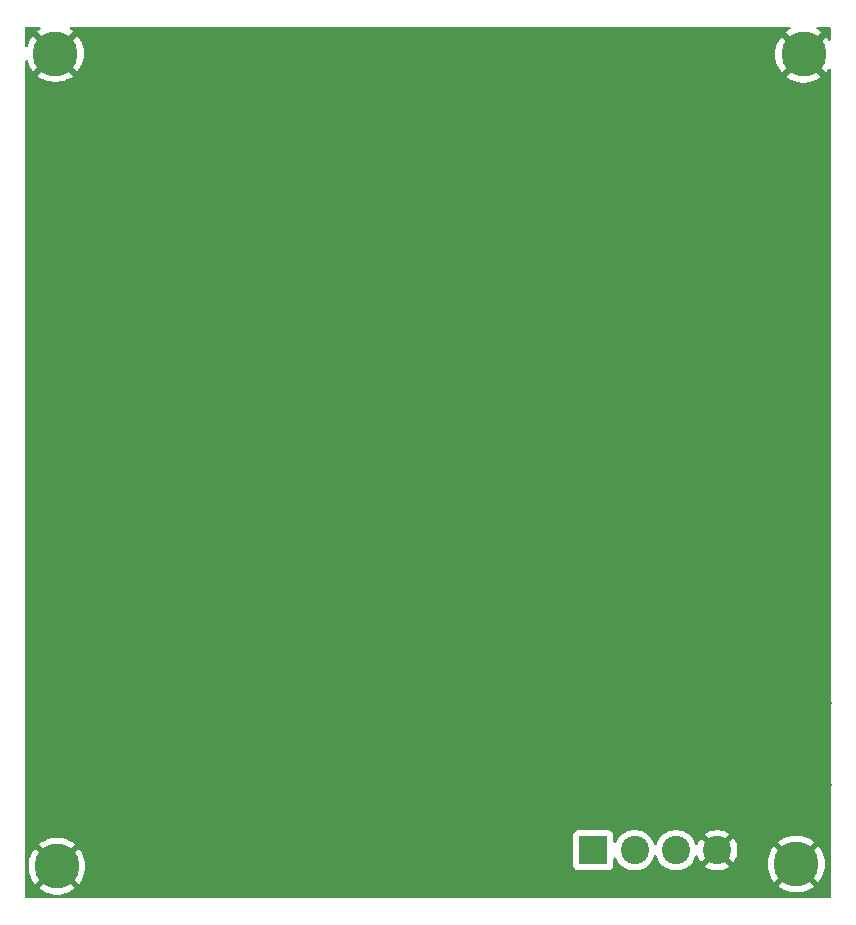
<source format=gbl>
G04 #@! TF.GenerationSoftware,KiCad,Pcbnew,7.0.5*
G04 #@! TF.CreationDate,2023-10-10T09:39:28+02:00*
G04 #@! TF.ProjectId,Lichten-PCB,4c696368-7465-46e2-9d50-43422e6b6963,rev?*
G04 #@! TF.SameCoordinates,Original*
G04 #@! TF.FileFunction,Copper,L2,Bot*
G04 #@! TF.FilePolarity,Positive*
%FSLAX46Y46*%
G04 Gerber Fmt 4.6, Leading zero omitted, Abs format (unit mm)*
G04 Created by KiCad (PCBNEW 7.0.5) date 2023-10-10 09:39:28*
%MOMM*%
%LPD*%
G01*
G04 APERTURE LIST*
G04 #@! TA.AperFunction,ComponentPad*
%ADD10C,3.800000*%
G04 #@! TD*
G04 #@! TA.AperFunction,ComponentPad*
%ADD11R,2.400000X2.400000*%
G04 #@! TD*
G04 #@! TA.AperFunction,ComponentPad*
%ADD12C,2.400000*%
G04 #@! TD*
G04 #@! TA.AperFunction,ViaPad*
%ADD13C,0.800000*%
G04 #@! TD*
G04 APERTURE END LIST*
D10*
X169610000Y-72860000D03*
X169000000Y-141400000D03*
X106400000Y-141600000D03*
D11*
X151810000Y-140230000D03*
D12*
X155310000Y-140230000D03*
X158810000Y-140230000D03*
X162310000Y-140230000D03*
D10*
X106260000Y-72780000D03*
D13*
X140320000Y-104530000D03*
X123900000Y-100850000D03*
X113400000Y-120450000D03*
X118900000Y-129900000D03*
X149950000Y-104490000D03*
X123950000Y-95600000D03*
X154940000Y-121666000D03*
X155956000Y-116332000D03*
X154800000Y-112000000D03*
X140462000Y-124968000D03*
X110400000Y-86950000D03*
X166450000Y-112200000D03*
X135100000Y-112000000D03*
X139800000Y-99550000D03*
X129050000Y-94500000D03*
X171300000Y-89450000D03*
X169450000Y-101950000D03*
X111800000Y-126550000D03*
X169500000Y-106550000D03*
X124206000Y-121412000D03*
X119050000Y-110400000D03*
X129550000Y-79500000D03*
X141300000Y-72000000D03*
X149860000Y-120396000D03*
X166550000Y-131350000D03*
X116000000Y-99550000D03*
X161544000Y-131064000D03*
X109200000Y-109300000D03*
X159600000Y-99550000D03*
X113300000Y-84550000D03*
X149700000Y-99200000D03*
X146900000Y-79150000D03*
X154450000Y-72000000D03*
X129794000Y-124968000D03*
X155500000Y-136600000D03*
X166100000Y-120950000D03*
X166850000Y-80400000D03*
X166200000Y-91250000D03*
X129000000Y-99500000D03*
X129910000Y-104370000D03*
X168600000Y-115850000D03*
X155800000Y-131200000D03*
X129350000Y-129850000D03*
X124000000Y-80150000D03*
X140716000Y-115316000D03*
X140550000Y-94300000D03*
X171400000Y-115200000D03*
X150114000Y-115062000D03*
X171600000Y-134700000D03*
X135700000Y-136300000D03*
X145550000Y-131150000D03*
X135050000Y-91250000D03*
X153416000Y-125730000D03*
X162500000Y-95200000D03*
X123950000Y-91100000D03*
X129550000Y-72000000D03*
X165250000Y-138350000D03*
X119126000Y-124714000D03*
X124550000Y-111950000D03*
X150600000Y-129600000D03*
X157734000Y-125222000D03*
X169400000Y-126350000D03*
X144780000Y-120396000D03*
X107350000Y-94750000D03*
X160020000Y-119888000D03*
X135550000Y-121750000D03*
X118350000Y-83850000D03*
X171350000Y-104600000D03*
X114250000Y-136300000D03*
X145100000Y-91300000D03*
X119126000Y-115062000D03*
X111506000Y-116332000D03*
X114250000Y-122050000D03*
X119126000Y-120396000D03*
X164950000Y-72000000D03*
X159950000Y-110600000D03*
X107500000Y-116300000D03*
X144800000Y-100900000D03*
X124850000Y-135700000D03*
X116840000Y-105970000D03*
X135300000Y-80250000D03*
X129450000Y-120100000D03*
X116050000Y-94550000D03*
X167000000Y-87300000D03*
X146150000Y-136000000D03*
X166300000Y-135100000D03*
X159910000Y-104690000D03*
X139600000Y-110450000D03*
X118700000Y-72000000D03*
X171600000Y-127750000D03*
X148082000Y-125222000D03*
X169300000Y-136500000D03*
X145000000Y-112000000D03*
X107650000Y-135900000D03*
X166950000Y-96350000D03*
X113250000Y-91150000D03*
X165250000Y-100900000D03*
X113850000Y-130950000D03*
X135250000Y-100750000D03*
X124400000Y-131150000D03*
X169250000Y-89550000D03*
X154450000Y-79000000D03*
X161150000Y-81650000D03*
X140000000Y-120100000D03*
X130048000Y-115062000D03*
X110950000Y-72050000D03*
X114200000Y-111950000D03*
X141400000Y-84200000D03*
X154600000Y-84150000D03*
X134900000Y-130700000D03*
X129200000Y-109800000D03*
X129700000Y-83800000D03*
X154700000Y-91150000D03*
X107550000Y-126400000D03*
X149450000Y-110300000D03*
X165120000Y-104720000D03*
X139900000Y-129900000D03*
X160200000Y-90700000D03*
X150050000Y-94600000D03*
X141350000Y-79300000D03*
X111900000Y-80000000D03*
G04 #@! TA.AperFunction,Conductor*
G36*
X168482379Y-70532185D02*
G01*
X168528134Y-70584989D01*
X168538078Y-70654147D01*
X168509053Y-70717703D01*
X168475077Y-70745162D01*
X168321479Y-70829602D01*
X168321461Y-70829614D01*
X168096565Y-70993010D01*
X168096564Y-70993012D01*
X169026693Y-71923140D01*
X169012590Y-71930411D01*
X168847460Y-72060271D01*
X168709890Y-72219035D01*
X168675334Y-72278886D01*
X167745312Y-71348864D01*
X167664516Y-71446530D01*
X167502707Y-71701502D01*
X167502704Y-71701508D01*
X167374127Y-71974747D01*
X167374125Y-71974752D01*
X167280805Y-72261959D01*
X167224216Y-72558609D01*
X167224215Y-72558616D01*
X167205255Y-72859994D01*
X167205255Y-72860005D01*
X167224215Y-73161383D01*
X167224216Y-73161390D01*
X167280805Y-73458040D01*
X167374125Y-73745247D01*
X167374127Y-73745252D01*
X167502704Y-74018491D01*
X167502707Y-74018497D01*
X167664513Y-74273464D01*
X167745312Y-74371133D01*
X168674211Y-73442235D01*
X168774894Y-73583624D01*
X168926932Y-73728592D01*
X169029222Y-73794329D01*
X168096564Y-74726986D01*
X168321474Y-74890393D01*
X168321485Y-74890400D01*
X168586109Y-75035878D01*
X168586117Y-75035882D01*
X168866889Y-75147047D01*
X168866892Y-75147048D01*
X169159399Y-75222150D01*
X169458995Y-75259999D01*
X169459007Y-75260000D01*
X169760993Y-75260000D01*
X169761004Y-75259999D01*
X170060600Y-75222150D01*
X170353107Y-75147048D01*
X170353110Y-75147047D01*
X170633882Y-75035882D01*
X170633890Y-75035878D01*
X170898514Y-74890400D01*
X170898525Y-74890393D01*
X171123433Y-74726986D01*
X171123434Y-74726986D01*
X170193306Y-73796859D01*
X170207410Y-73789589D01*
X170372540Y-73659729D01*
X170510110Y-73500965D01*
X170544665Y-73441112D01*
X171474686Y-74371133D01*
X171555483Y-74273469D01*
X171670803Y-74091753D01*
X171723345Y-74045697D01*
X171792445Y-74035358D01*
X171856166Y-74064019D01*
X171894275Y-74122581D01*
X171899500Y-74158195D01*
X171899500Y-144175500D01*
X171879815Y-144242539D01*
X171827011Y-144288294D01*
X171775500Y-144299500D01*
X103824500Y-144299500D01*
X103757461Y-144279815D01*
X103711706Y-144227011D01*
X103700500Y-144175500D01*
X103700500Y-141600005D01*
X103995255Y-141600005D01*
X104014215Y-141901383D01*
X104014216Y-141901390D01*
X104070805Y-142198040D01*
X104164125Y-142485247D01*
X104164127Y-142485252D01*
X104292704Y-142758491D01*
X104292707Y-142758497D01*
X104454513Y-143013464D01*
X104535312Y-143111133D01*
X105464211Y-142182235D01*
X105564894Y-142323624D01*
X105716932Y-142468592D01*
X105819222Y-142534329D01*
X104886564Y-143466986D01*
X105111474Y-143630393D01*
X105111485Y-143630400D01*
X105376109Y-143775878D01*
X105376117Y-143775882D01*
X105656889Y-143887047D01*
X105656892Y-143887048D01*
X105949399Y-143962150D01*
X106248995Y-143999999D01*
X106249007Y-144000000D01*
X106550993Y-144000000D01*
X106551004Y-143999999D01*
X106850600Y-143962150D01*
X107143107Y-143887048D01*
X107143110Y-143887047D01*
X107423882Y-143775882D01*
X107423890Y-143775878D01*
X107688514Y-143630400D01*
X107688525Y-143630393D01*
X107913433Y-143466986D01*
X107913434Y-143466986D01*
X106983306Y-142536859D01*
X106997410Y-142529589D01*
X107162540Y-142399729D01*
X107300110Y-142240965D01*
X107334665Y-142181113D01*
X108264686Y-143111133D01*
X108345483Y-143013469D01*
X108507292Y-142758497D01*
X108507295Y-142758491D01*
X108635872Y-142485252D01*
X108635874Y-142485247D01*
X108729194Y-142198040D01*
X108785783Y-141901390D01*
X108785784Y-141901383D01*
X108804745Y-141600005D01*
X108804745Y-141599994D01*
X108797062Y-141477870D01*
X150109500Y-141477870D01*
X150109501Y-141477876D01*
X150115908Y-141537483D01*
X150166202Y-141672328D01*
X150166206Y-141672335D01*
X150252452Y-141787544D01*
X150252455Y-141787547D01*
X150367664Y-141873793D01*
X150367671Y-141873797D01*
X150502517Y-141924091D01*
X150502516Y-141924091D01*
X150509444Y-141924835D01*
X150562127Y-141930500D01*
X153057872Y-141930499D01*
X153117483Y-141924091D01*
X153252331Y-141873796D01*
X153367546Y-141787546D01*
X153453796Y-141672331D01*
X153504091Y-141537483D01*
X153510500Y-141477873D01*
X153510499Y-140954854D01*
X153530183Y-140887818D01*
X153582987Y-140842063D01*
X153652146Y-140832119D01*
X153715702Y-140861144D01*
X153749927Y-140909553D01*
X153773607Y-140969888D01*
X153901041Y-141190612D01*
X154059950Y-141389877D01*
X154246783Y-141563232D01*
X154457366Y-141706805D01*
X154457371Y-141706807D01*
X154457372Y-141706808D01*
X154457373Y-141706809D01*
X154579328Y-141765538D01*
X154686992Y-141817387D01*
X154686993Y-141817387D01*
X154686996Y-141817389D01*
X154930542Y-141892513D01*
X155182565Y-141930500D01*
X155437435Y-141930500D01*
X155689458Y-141892513D01*
X155933004Y-141817389D01*
X156162634Y-141706805D01*
X156373217Y-141563232D01*
X156560050Y-141389877D01*
X156718959Y-141190612D01*
X156846393Y-140969888D01*
X156939508Y-140732637D01*
X156939510Y-140732624D01*
X156940878Y-140728196D01*
X156942324Y-140728642D01*
X156973213Y-140673412D01*
X157034873Y-140640552D01*
X157104510Y-140646243D01*
X157160016Y-140688680D01*
X157178192Y-140728482D01*
X157179122Y-140728196D01*
X157180492Y-140732637D01*
X157273607Y-140969888D01*
X157401041Y-141190612D01*
X157559950Y-141389877D01*
X157746783Y-141563232D01*
X157957366Y-141706805D01*
X157957371Y-141706807D01*
X157957372Y-141706808D01*
X157957373Y-141706809D01*
X158079328Y-141765538D01*
X158186992Y-141817387D01*
X158186993Y-141817387D01*
X158186996Y-141817389D01*
X158430542Y-141892513D01*
X158682565Y-141930500D01*
X158937435Y-141930500D01*
X159189458Y-141892513D01*
X159433004Y-141817389D01*
X159662634Y-141706805D01*
X159873217Y-141563232D01*
X160060050Y-141389877D01*
X160218959Y-141190612D01*
X160346393Y-140969888D01*
X160439508Y-140732637D01*
X160439510Y-140732624D01*
X160440878Y-140728196D01*
X160442008Y-140728544D01*
X160473464Y-140672295D01*
X160535121Y-140639430D01*
X160604759Y-140645117D01*
X160660268Y-140687551D01*
X160678868Y-140728269D01*
X160679600Y-140728044D01*
X160680973Y-140732494D01*
X160774058Y-140969671D01*
X160774057Y-140969671D01*
X160901457Y-141190332D01*
X160943452Y-141242993D01*
X160943453Y-141242993D01*
X161747226Y-140439219D01*
X161785901Y-140532588D01*
X161882075Y-140657925D01*
X162007412Y-140754099D01*
X162100779Y-140792772D01*
X161296813Y-141596737D01*
X161457623Y-141706375D01*
X161457624Y-141706376D01*
X161687176Y-141816921D01*
X161687174Y-141816921D01*
X161930652Y-141892024D01*
X161930658Y-141892026D01*
X162182595Y-141929999D01*
X162182604Y-141930000D01*
X162437396Y-141930000D01*
X162437404Y-141929999D01*
X162689341Y-141892026D01*
X162689347Y-141892024D01*
X162932824Y-141816921D01*
X163162381Y-141706373D01*
X163323185Y-141596737D01*
X163126453Y-141400005D01*
X166595255Y-141400005D01*
X166614215Y-141701383D01*
X166614216Y-141701390D01*
X166670805Y-141998040D01*
X166764125Y-142285247D01*
X166764127Y-142285252D01*
X166892704Y-142558491D01*
X166892707Y-142558497D01*
X167054513Y-142813464D01*
X167135312Y-142911133D01*
X168064211Y-141982235D01*
X168164894Y-142123624D01*
X168316932Y-142268592D01*
X168419222Y-142334329D01*
X167486564Y-143266986D01*
X167711474Y-143430393D01*
X167711485Y-143430400D01*
X167976109Y-143575878D01*
X167976117Y-143575882D01*
X168256889Y-143687047D01*
X168256892Y-143687048D01*
X168549399Y-143762150D01*
X168848995Y-143799999D01*
X168849007Y-143800000D01*
X169150993Y-143800000D01*
X169151004Y-143799999D01*
X169450600Y-143762150D01*
X169743107Y-143687048D01*
X169743110Y-143687047D01*
X170023882Y-143575882D01*
X170023890Y-143575878D01*
X170288514Y-143430400D01*
X170288525Y-143430393D01*
X170513433Y-143266986D01*
X170513434Y-143266986D01*
X169583306Y-142336859D01*
X169597410Y-142329589D01*
X169762540Y-142199729D01*
X169900110Y-142040965D01*
X169934665Y-141981112D01*
X170864686Y-142911133D01*
X170945483Y-142813469D01*
X171107292Y-142558497D01*
X171107295Y-142558491D01*
X171235872Y-142285252D01*
X171235874Y-142285247D01*
X171329194Y-141998040D01*
X171385783Y-141701390D01*
X171385784Y-141701383D01*
X171404745Y-141400005D01*
X171404745Y-141399994D01*
X171385784Y-141098616D01*
X171385783Y-141098609D01*
X171329194Y-140801959D01*
X171235874Y-140514752D01*
X171235872Y-140514747D01*
X171107295Y-140241508D01*
X171107292Y-140241502D01*
X170945486Y-139986535D01*
X170864685Y-139888864D01*
X169935787Y-140817762D01*
X169835106Y-140676376D01*
X169683068Y-140531408D01*
X169580777Y-140465669D01*
X170513434Y-139533012D01*
X170288530Y-139369609D01*
X170288520Y-139369602D01*
X170023890Y-139224121D01*
X170023882Y-139224117D01*
X169743110Y-139112952D01*
X169743107Y-139112951D01*
X169450600Y-139037849D01*
X169151004Y-139000000D01*
X168848995Y-139000000D01*
X168549399Y-139037849D01*
X168256892Y-139112951D01*
X168256889Y-139112952D01*
X167976117Y-139224117D01*
X167976109Y-139224121D01*
X167711479Y-139369602D01*
X167711461Y-139369614D01*
X167486565Y-139533010D01*
X167486564Y-139533012D01*
X168416693Y-140463140D01*
X168402590Y-140470411D01*
X168237460Y-140600271D01*
X168099890Y-140759035D01*
X168065334Y-140818886D01*
X167135312Y-139888864D01*
X167054516Y-139986530D01*
X166892707Y-140241502D01*
X166892704Y-140241508D01*
X166764127Y-140514747D01*
X166764125Y-140514752D01*
X166670805Y-140801959D01*
X166614216Y-141098609D01*
X166614215Y-141098616D01*
X166595255Y-141399994D01*
X166595255Y-141400005D01*
X163126453Y-141400005D01*
X162519220Y-140792772D01*
X162612588Y-140754099D01*
X162737925Y-140657925D01*
X162834099Y-140532589D01*
X162872772Y-140439220D01*
X163676545Y-141242993D01*
X163718545Y-141190327D01*
X163845941Y-140969671D01*
X163939026Y-140732494D01*
X163939031Y-140732477D01*
X163995726Y-140484079D01*
X164014767Y-140230004D01*
X164014767Y-140229995D01*
X163995726Y-139975920D01*
X163939031Y-139727522D01*
X163939026Y-139727505D01*
X163845941Y-139490328D01*
X163845942Y-139490328D01*
X163718544Y-139269671D01*
X163676545Y-139217005D01*
X162872772Y-140020778D01*
X162834099Y-139927412D01*
X162737925Y-139802075D01*
X162612588Y-139705901D01*
X162519220Y-139667227D01*
X163323185Y-138863261D01*
X163162377Y-138753624D01*
X163162376Y-138753623D01*
X162932823Y-138643078D01*
X162932825Y-138643078D01*
X162689347Y-138567975D01*
X162689341Y-138567973D01*
X162437404Y-138530000D01*
X162182595Y-138530000D01*
X161930658Y-138567973D01*
X161930652Y-138567975D01*
X161687175Y-138643078D01*
X161457624Y-138753623D01*
X161457616Y-138753628D01*
X161296813Y-138863261D01*
X162100779Y-139667227D01*
X162007412Y-139705901D01*
X161882075Y-139802075D01*
X161785901Y-139927411D01*
X161747226Y-140020779D01*
X160943453Y-139217006D01*
X160901455Y-139269670D01*
X160774058Y-139490328D01*
X160680973Y-139727505D01*
X160679600Y-139731956D01*
X160678432Y-139731595D01*
X160647026Y-139787726D01*
X160585360Y-139820575D01*
X160515724Y-139814871D01*
X160460226Y-139772423D01*
X160441581Y-139731587D01*
X160440878Y-139731804D01*
X160439509Y-139727371D01*
X160439508Y-139727363D01*
X160346393Y-139490112D01*
X160218959Y-139269388D01*
X160060050Y-139070123D01*
X159873217Y-138896768D01*
X159662634Y-138753195D01*
X159662630Y-138753193D01*
X159662627Y-138753191D01*
X159662626Y-138753190D01*
X159433006Y-138642612D01*
X159433008Y-138642612D01*
X159189466Y-138567489D01*
X159189462Y-138567488D01*
X159189458Y-138567487D01*
X159068231Y-138549214D01*
X158937440Y-138529500D01*
X158937435Y-138529500D01*
X158682565Y-138529500D01*
X158682559Y-138529500D01*
X158525609Y-138553157D01*
X158430542Y-138567487D01*
X158430538Y-138567488D01*
X158430539Y-138567488D01*
X158430533Y-138567489D01*
X158186992Y-138642612D01*
X157957373Y-138753190D01*
X157957372Y-138753191D01*
X157746782Y-138896768D01*
X157559952Y-139070121D01*
X157559950Y-139070123D01*
X157401041Y-139269388D01*
X157273608Y-139490109D01*
X157180492Y-139727362D01*
X157179122Y-139731804D01*
X157177686Y-139731361D01*
X157146749Y-139786623D01*
X157085075Y-139819458D01*
X157015440Y-139813737D01*
X156959952Y-139771277D01*
X156941809Y-139731516D01*
X156940878Y-139731804D01*
X156939509Y-139727371D01*
X156939508Y-139727363D01*
X156846393Y-139490112D01*
X156718959Y-139269388D01*
X156560050Y-139070123D01*
X156373217Y-138896768D01*
X156162634Y-138753195D01*
X156162630Y-138753193D01*
X156162627Y-138753191D01*
X156162626Y-138753190D01*
X155933006Y-138642612D01*
X155933008Y-138642612D01*
X155689466Y-138567489D01*
X155689462Y-138567488D01*
X155689458Y-138567487D01*
X155568231Y-138549214D01*
X155437440Y-138529500D01*
X155437435Y-138529500D01*
X155182565Y-138529500D01*
X155182559Y-138529500D01*
X155025609Y-138553157D01*
X154930542Y-138567487D01*
X154930538Y-138567488D01*
X154930539Y-138567488D01*
X154930533Y-138567489D01*
X154686992Y-138642612D01*
X154457373Y-138753190D01*
X154457372Y-138753191D01*
X154246782Y-138896768D01*
X154059952Y-139070121D01*
X154059950Y-139070123D01*
X153901041Y-139269388D01*
X153773608Y-139490109D01*
X153749927Y-139550447D01*
X153707110Y-139605661D01*
X153641240Y-139628961D01*
X153573230Y-139612950D01*
X153524672Y-139562711D01*
X153510499Y-139505144D01*
X153510499Y-138982129D01*
X153510498Y-138982123D01*
X153510497Y-138982116D01*
X153504091Y-138922517D01*
X153494487Y-138896768D01*
X153453797Y-138787671D01*
X153453793Y-138787664D01*
X153367547Y-138672455D01*
X153367544Y-138672452D01*
X153252335Y-138586206D01*
X153252328Y-138586202D01*
X153117482Y-138535908D01*
X153117483Y-138535908D01*
X153057883Y-138529501D01*
X153057881Y-138529500D01*
X153057873Y-138529500D01*
X153057864Y-138529500D01*
X150562129Y-138529500D01*
X150562123Y-138529501D01*
X150502516Y-138535908D01*
X150367671Y-138586202D01*
X150367664Y-138586206D01*
X150252455Y-138672452D01*
X150252452Y-138672455D01*
X150166206Y-138787664D01*
X150166202Y-138787671D01*
X150115908Y-138922517D01*
X150109501Y-138982116D01*
X150109501Y-138982123D01*
X150109500Y-138982135D01*
X150109500Y-141477870D01*
X108797062Y-141477870D01*
X108785784Y-141298616D01*
X108785783Y-141298609D01*
X108729194Y-141001959D01*
X108635874Y-140714752D01*
X108635872Y-140714747D01*
X108507295Y-140441508D01*
X108507292Y-140441502D01*
X108345486Y-140186535D01*
X108264685Y-140088864D01*
X107335787Y-141017762D01*
X107235106Y-140876376D01*
X107083068Y-140731408D01*
X106980777Y-140665669D01*
X107913434Y-139733012D01*
X107688530Y-139569609D01*
X107688520Y-139569602D01*
X107423890Y-139424121D01*
X107423882Y-139424117D01*
X107143110Y-139312952D01*
X107143107Y-139312951D01*
X106850600Y-139237849D01*
X106551004Y-139200000D01*
X106248995Y-139200000D01*
X105949399Y-139237849D01*
X105656892Y-139312951D01*
X105656889Y-139312952D01*
X105376117Y-139424117D01*
X105376109Y-139424121D01*
X105111479Y-139569602D01*
X105111461Y-139569614D01*
X104886565Y-139733010D01*
X104886564Y-139733012D01*
X105816693Y-140663140D01*
X105802590Y-140670411D01*
X105637460Y-140800271D01*
X105499890Y-140959035D01*
X105465334Y-141018886D01*
X104535312Y-140088864D01*
X104454516Y-140186530D01*
X104292707Y-140441502D01*
X104292704Y-140441508D01*
X104164127Y-140714747D01*
X104164125Y-140714752D01*
X104070805Y-141001959D01*
X104014216Y-141298609D01*
X104014215Y-141298616D01*
X103995255Y-141599994D01*
X103995255Y-141600005D01*
X103700500Y-141600005D01*
X103700500Y-73452137D01*
X103720185Y-73385098D01*
X103772989Y-73339343D01*
X103842147Y-73329399D01*
X103905703Y-73358424D01*
X103942431Y-73413819D01*
X104024125Y-73665247D01*
X104024127Y-73665252D01*
X104152704Y-73938491D01*
X104152707Y-73938497D01*
X104314513Y-74193464D01*
X104395312Y-74291133D01*
X105324211Y-73362235D01*
X105424894Y-73503624D01*
X105576932Y-73648592D01*
X105679222Y-73714329D01*
X104746564Y-74646986D01*
X104971474Y-74810393D01*
X104971485Y-74810400D01*
X105236109Y-74955878D01*
X105236117Y-74955882D01*
X105516889Y-75067047D01*
X105516892Y-75067048D01*
X105809399Y-75142150D01*
X106108995Y-75179999D01*
X106109007Y-75180000D01*
X106410993Y-75180000D01*
X106411004Y-75179999D01*
X106710600Y-75142150D01*
X107003107Y-75067048D01*
X107003110Y-75067047D01*
X107283882Y-74955882D01*
X107283890Y-74955878D01*
X107548514Y-74810400D01*
X107548525Y-74810393D01*
X107773433Y-74646986D01*
X107773434Y-74646986D01*
X106843306Y-73716859D01*
X106857410Y-73709589D01*
X107022540Y-73579729D01*
X107160110Y-73420965D01*
X107194665Y-73361112D01*
X108124686Y-74291133D01*
X108205483Y-74193469D01*
X108367292Y-73938497D01*
X108367295Y-73938491D01*
X108495872Y-73665252D01*
X108495874Y-73665247D01*
X108589194Y-73378040D01*
X108645783Y-73081390D01*
X108645784Y-73081383D01*
X108664745Y-72780005D01*
X108664745Y-72779994D01*
X108645784Y-72478616D01*
X108645783Y-72478609D01*
X108589194Y-72181959D01*
X108495874Y-71894752D01*
X108495872Y-71894747D01*
X108367295Y-71621508D01*
X108367292Y-71621502D01*
X108205486Y-71366535D01*
X108124685Y-71268864D01*
X107195787Y-72197763D01*
X107095106Y-72056376D01*
X106943068Y-71911408D01*
X106840776Y-71845669D01*
X107773434Y-70913012D01*
X107548530Y-70749609D01*
X107548526Y-70749606D01*
X107540443Y-70745163D01*
X107491178Y-70695617D01*
X107476521Y-70627302D01*
X107501124Y-70561908D01*
X107557176Y-70520195D01*
X107600179Y-70512500D01*
X168415340Y-70512500D01*
X168482379Y-70532185D01*
G37*
G04 #@! TD.AperFunction*
G04 #@! TA.AperFunction,Conductor*
G36*
X171842539Y-70532185D02*
G01*
X171888294Y-70584989D01*
X171899500Y-70636500D01*
X171899500Y-71561804D01*
X171879815Y-71628843D01*
X171827011Y-71674598D01*
X171757853Y-71684542D01*
X171694297Y-71655517D01*
X171670803Y-71628246D01*
X171555486Y-71446535D01*
X171474685Y-71348864D01*
X170545787Y-72277762D01*
X170445106Y-72136376D01*
X170293068Y-71991408D01*
X170190777Y-71925669D01*
X171123434Y-70993012D01*
X170898530Y-70829609D01*
X170898520Y-70829602D01*
X170744923Y-70745162D01*
X170695659Y-70695616D01*
X170681002Y-70627301D01*
X170705606Y-70561906D01*
X170761658Y-70520195D01*
X170804660Y-70512500D01*
X171775500Y-70512500D01*
X171842539Y-70532185D01*
G37*
G04 #@! TD.AperFunction*
G04 #@! TA.AperFunction,Conductor*
G36*
X104986860Y-70532185D02*
G01*
X105032615Y-70584989D01*
X105042559Y-70654147D01*
X105013534Y-70717703D01*
X104979557Y-70745163D01*
X104971473Y-70749606D01*
X104971461Y-70749614D01*
X104746565Y-70913010D01*
X104746564Y-70913012D01*
X105676692Y-71843140D01*
X105662590Y-71850411D01*
X105497460Y-71980271D01*
X105359890Y-72139035D01*
X105325334Y-72198886D01*
X104395312Y-71268864D01*
X104314516Y-71366530D01*
X104152707Y-71621502D01*
X104152704Y-71621508D01*
X104024127Y-71894747D01*
X104024125Y-71894752D01*
X103942431Y-72146180D01*
X103902993Y-72203856D01*
X103838635Y-72231054D01*
X103769788Y-72219139D01*
X103718313Y-72171895D01*
X103700500Y-72107862D01*
X103700500Y-70636500D01*
X103720185Y-70569461D01*
X103772989Y-70523706D01*
X103824500Y-70512500D01*
X104919821Y-70512500D01*
X104986860Y-70532185D01*
G37*
G04 #@! TD.AperFunction*
M02*

</source>
